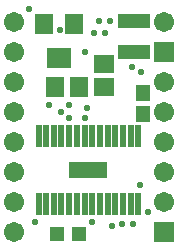
<source format=gts>
%FSTAX23Y23*%
%MOIN*%
%SFA1B1*%

%IPPOS*%
%ADD35R,0.021780X0.074930*%
%ADD36R,0.126110X0.056060*%
%ADD37R,0.051310X0.051310*%
%ADD38R,0.063120X0.067060*%
%ADD39R,0.067060X0.063120*%
%ADD40R,0.051310X0.055240*%
%ADD41R,0.059180X0.070990*%
%ADD42R,0.078870X0.070990*%
%ADD43R,0.110360X0.051310*%
%ADD44C,0.067060*%
%ADD45R,0.067060X0.067060*%
%ADD46C,0.023000*%
%LNdrv8825_printplaat-1*%
%LPD*%
G54D35*
X00463Y00369D03*
X00438D03*
X00412D03*
X00387D03*
X00361D03*
X00335D03*
X0031D03*
X00284D03*
X00259D03*
X00233D03*
X00207D03*
X00182D03*
X00156D03*
X00131D03*
X00463Y00145D03*
X00438D03*
X00412D03*
X00387D03*
X00361D03*
X00335D03*
X0031D03*
X00284D03*
X00259D03*
X00233D03*
X00207D03*
X00182D03*
X00156D03*
X00131D03*
G54D36*
X00297Y00257D03*
G54D37*
X00192Y00045D03*
X00267D03*
G54D38*
X00185Y00532D03*
X00264D03*
G54D39*
X0035Y00611D03*
Y00533D03*
G54D40*
X0048Y00444D03*
Y00515D03*
G54D41*
X0015Y00745D03*
X0025D03*
G54D42*
X002Y0063D03*
G54D43*
X0045Y00649D03*
Y00755D03*
G54D44*
X0055Y0075D03*
Y0055D03*
Y0045D03*
Y0035D03*
Y0025D03*
Y0015D03*
X0005Y0005D03*
Y0015D03*
Y0025D03*
Y0035D03*
Y0045D03*
Y0055D03*
Y0065D03*
Y0075D03*
G54D45*
X0055Y0065D03*
Y0005D03*
G54D46*
X00497Y00117D03*
X00445Y00077D03*
X0047Y00207D03*
X00205Y0045D03*
X0012Y00085D03*
X00233Y00472D03*
X00232Y0043D03*
X00292Y00462D03*
X00285Y0043D03*
X00165Y00475D03*
X00442Y006D03*
X00473Y00582D03*
X00287Y0065D03*
X0037Y00752D03*
X00332Y00755D03*
X00352Y00715D03*
X00317D03*
X00202Y00725D03*
X00377Y0007D03*
X0041Y00077D03*
X001Y00792D03*
X0031Y00085D03*
M02*
</source>
